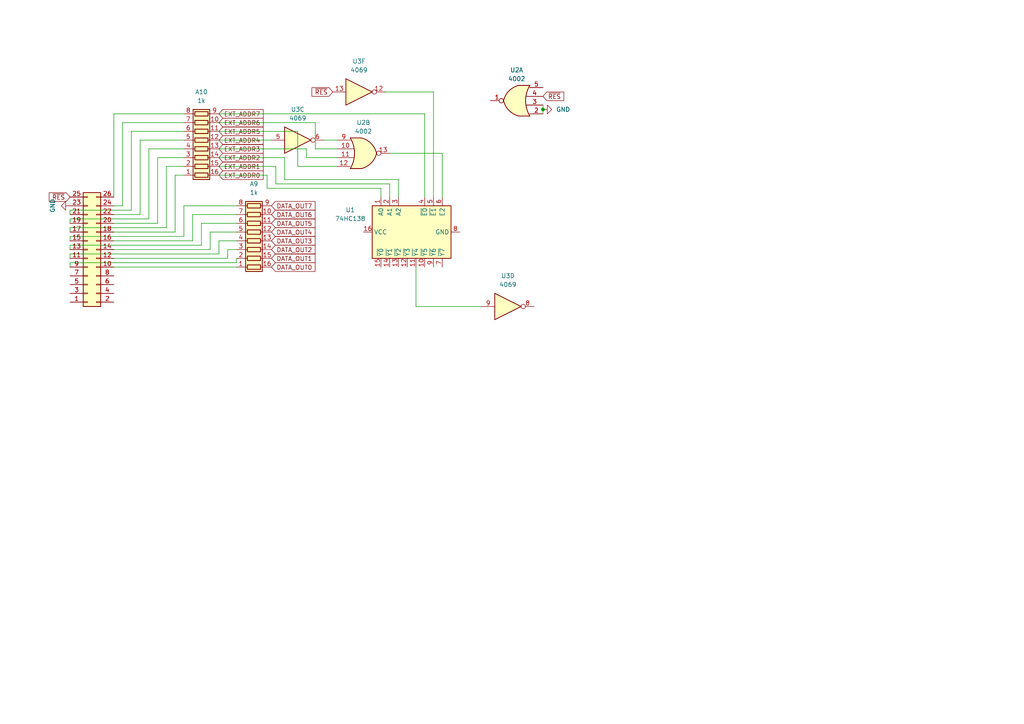
<source format=kicad_sch>
(kicad_sch (version 20250114) (generator "eeschema") (generator_version "9.0")
  (paper "A4")
  (lib_symbols
    (symbol "4xxx:4002" (pin_names (offset 1.016))
      (property "Reference" "U" (at 0 1.27 0))
      (property "Value" "4002" (at 0 -1.27 0))
      (symbol "4002_1_1"
        (arc (start -3.81 4.445) (mid -2.5908 0) (end -3.81 -4.445) (stroke (width 0.254)))
        (polyline (pts (xy -3.81 4.445) (xy -0.635 4.445)) (stroke (width 0.254)) (fill (type background)))
        (polyline (pts (xy -3.81 -4.445) (xy -0.635 -4.445)) (stroke (width 0.254)) (fill (type background)))
        (arc (start -0.6096 4.445) (mid 2.2198 2.8385) (end 3.81 0) (stroke (width 0.254)) (fill (type background)))
        (arc (start 3.81 0) (mid 2.224 -2.8428) (end -0.6096 -4.445) (stroke (width 0.254)) (fill (type background)))
        (polyline (pts (xy -0.635 4.445) (xy -3.81 4.445) (xy -3.81 4.445) (xy -3.6322 4.0894) (xy -3.0988 2.921) (xy -2.7686 1.6764) (xy -2.6162 0.4318) (xy -2.6416 -0.8636) (xy -2.8702 -2.1082) (xy -3.2512 -3.3274) (xy -3.81 -4.445) (xy -3.81 -4.445) (xy -0.635 -4.445)) (stroke (width -25.4)) (fill (type background)))
        (pin input line (at -7.62 3.81 0) (length 3.81) (name "~") (number "2"))
        (pin input line (at -7.62 1.27 0) (length 4.826) (name "~") (number "3"))
        (pin input line (at -7.62 -1.27 0) (length 4.826) (name "~") (number "4"))
        (pin input line (at -7.62 -3.81 0) (length 3.81) (name "~") (number "5"))
        (pin output inverted (at 7.62 0 180) (length 3.81) (name "~") (number "1"))
      )
      (symbol "4002_1_2"
        (arc (start -0.635 4.445) (mid 3.7907 0) (end -0.635 -4.445) (stroke (width 0.254)) (fill (type background)))
        (polyline (pts (xy -0.635 4.445) (xy -3.81 4.445) (xy -3.81 -4.445) (xy -0.635 -4.445)) (stroke (width 0.254)) (fill (type background)))
        (pin input inverted (at -7.62 3.81 0) (length 3.81) (name "~") (number "2"))
        (pin input inverted (at -7.62 1.27 0) (length 3.81) (name "~") (number "3"))
        (pin input inverted (at -7.62 -1.27 0) (length 3.81) (name "~") (number "4"))
        (pin input inverted (at -7.62 -3.81 0) (length 3.81) (name "~") (number "5"))
        (pin output line (at 7.62 0 180) (length 3.81) (name "~") (number "1"))
      )
      (symbol "4002_2_1"
        (arc (start -3.81 4.445) (mid -2.5908 0) (end -3.81 -4.445) (stroke (width 0.254)))
        (polyline (pts (xy -3.81 4.445) (xy -0.635 4.445)) (stroke (width 0.254)) (fill (type background)))
        (polyline (pts (xy -3.81 -4.445) (xy -0.635 -4.445)) (stroke (width 0.254)) (fill (type background)))
        (arc (start -0.6096 4.445) (mid 2.2198 2.8385) (end 3.81 0) (stroke (width 0.254)) (fill (type background)))
        (arc (start 3.81 0) (mid 2.224 -2.8428) (end -0.6096 -4.445) (stroke (width 0.254)) (fill (type background)))
        (polyline (pts (xy -0.635 4.445) (xy -3.81 4.445) (xy -3.81 4.445) (xy -3.6322 4.0894) (xy -3.0988 2.921) (xy -2.7686 1.6764) (xy -2.6162 0.4318) (xy -2.6416 -0.8636) (xy -2.8702 -2.1082) (xy -3.2512 -3.3274) (xy -3.81 -4.445) (xy -3.81 -4.445) (xy -0.635 -4.445)) (stroke (width -25.4)) (fill (type background)))
        (pin input line (at -7.62 3.81 0) (length 3.81) (name "~") (number "9"))
        (pin input line (at -7.62 1.27 0) (length 4.826) (name "~") (number "10"))
        (pin input line (at -7.62 -1.27 0) (length 4.826) (name "~") (number "11"))
        (pin input line (at -7.62 -3.81 0) (length 3.81) (name "~") (number "12"))
        (pin output inverted (at 7.62 0 180) (length 3.81) (name "~") (number "13"))
      )
      (symbol "4002_2_2"
        (arc (start -0.635 4.445) (mid 3.7907 0) (end -0.635 -4.445) (stroke (width 0.254)) (fill (type background)))
        (polyline (pts (xy -0.635 4.445) (xy -3.81 4.445) (xy -3.81 -4.445) (xy -0.635 -4.445)) (stroke (width 0.254)) (fill (type background)))
        (pin input inverted (at -7.62 3.81 0) (length 3.81) (name "~") (number "9"))
        (pin input inverted (at -7.62 1.27 0) (length 3.81) (name "~") (number "10"))
        (pin input inverted (at -7.62 -1.27 0) (length 3.81) (name "~") (number "11"))
        (pin input inverted (at -7.62 -3.81 0) (length 3.81) (name "~") (number "12"))
        (pin output line (at 7.62 0 180) (length 3.81) (name "~") (number "13"))
      )
      (symbol "4002_3_0"
        (pin power_in line (at 0 12.7 270) (length 5.08) (name "VDD") (number "14"))
        (pin power_in line (at 0 -12.7 90) (length 5.08) (name "VSS") (number "7"))
      )
      (symbol "4002_3_1"
        (rectangle (start -5.08 7.62) (end 5.08 -7.62) (stroke (width 0.254)) (fill (type background)))
      )
    )
    (symbol "4xxx:4069" (pin_names (offset 1.016))
      (property "Reference" "U" (at 0 1.27 0))
      (property "Value" "4069" (at 0 -1.27 0))
      (symbol "4069_1_0"
        (polyline (pts (xy -3.81 3.81) (xy -3.81 -3.81) (xy 3.81 0) (xy -3.81 3.81)) (stroke (width 0.254)) (fill (type background)))
        (pin input line (at -7.62 0 0) (length 3.81) (name "~") (number "1"))
        (pin output inverted (at 7.62 0 180) (length 3.81) (name "~") (number "2"))
      )
      (symbol "4069_2_0"
        (polyline (pts (xy -3.81 3.81) (xy -3.81 -3.81) (xy 3.81 0) (xy -3.81 3.81)) (stroke (width 0.254)) (fill (type background)))
        (pin input line (at -7.62 0 0) (length 3.81) (name "~") (number "3"))
        (pin output inverted (at 7.62 0 180) (length 3.81) (name "~") (number "4"))
      )
      (symbol "4069_3_0"
        (polyline (pts (xy -3.81 3.81) (xy -3.81 -3.81) (xy 3.81 0) (xy -3.81 3.81)) (stroke (width 0.254)) (fill (type background)))
        (pin input line (at -7.62 0 0) (length 3.81) (name "~") (number "5"))
        (pin output inverted (at 7.62 0 180) (length 3.81) (name "~") (number "6"))
      )
      (symbol "4069_4_0"
        (polyline (pts (xy -3.81 3.81) (xy -3.81 -3.81) (xy 3.81 0) (xy -3.81 3.81)) (stroke (width 0.254)) (fill (type background)))
        (pin input line (at -7.62 0 0) (length 3.81) (name "~") (number "9"))
        (pin output inverted (at 7.62 0 180) (length 3.81) (name "~") (number "8"))
      )
      (symbol "4069_5_0"
        (polyline (pts (xy -3.81 3.81) (xy -3.81 -3.81) (xy 3.81 0) (xy -3.81 3.81)) (stroke (width 0.254)) (fill (type background)))
        (pin input line (at -7.62 0 0) (length 3.81) (name "~") (number "11"))
        (pin output inverted (at 7.62 0 180) (length 3.81) (name "~") (number "10"))
      )
      (symbol "4069_6_0"
        (polyline (pts (xy -3.81 3.81) (xy -3.81 -3.81) (xy 3.81 0) (xy -3.81 3.81)) (stroke (width 0.254)) (fill (type background)))
        (pin input line (at -7.62 0 0) (length 3.81) (name "~") (number "13"))
        (pin output inverted (at 7.62 0 180) (length 3.81) (name "~") (number "12"))
      )
      (symbol "4069_7_0"
        (pin power_in line (at 0 12.7 270) (length 5.08) (name "VDD") (number "14"))
        (pin power_in line (at 0 -12.7 90) (length 5.08) (name "VSS") (number "7"))
      )
      (symbol "4069_7_1"
        (rectangle (start -5.08 7.62) (end 5.08 -7.62) (stroke (width 0.254)) (fill (type background)))
      )
    )
    (symbol "74xx:74HC138"
      (property "Reference" "U" (at -7.62 13.97 0))
      (property "Value" "74HC138" (at 2.54 -11.43 0))
      (symbol "74HC138_0_1"
        (rectangle (start -7.62 12.7) (end 7.62 -10.16) (stroke (width 0.254)) (fill (type background)))
      )
      (symbol "74HC138_1_1"
        (pin input line (at -10.16 10.16 0) (length 2.54) (name "A0") (number "1"))
        (pin input line (at -10.16 7.62 0) (length 2.54) (name "A1") (number "2"))
        (pin input line (at -10.16 5.08 0) (length 2.54) (name "A2") (number "3"))
        (pin input line (at -10.16 -2.54 0) (length 2.54) (name "~{E0}") (number "4"))
        (pin input line (at -10.16 -5.08 0) (length 2.54) (name "~{E1}") (number "5"))
        (pin input line (at -10.16 -7.62 0) (length 2.54) (name "E2") (number "6"))
        (pin power_in line (at 0 15.24 270) (length 2.54) (name "VCC") (number "16"))
        (pin power_in line (at 0 -12.7 90) (length 2.54) (name "GND") (number "8"))
        (pin output line (at 10.16 10.16 180) (length 2.54) (name "~{Y0}") (number "15"))
        (pin output line (at 10.16 7.62 180) (length 2.54) (name "~{Y1}") (number "14"))
        (pin output line (at 10.16 5.08 180) (length 2.54) (name "~{Y2}") (number "13"))
        (pin output line (at 10.16 2.54 180) (length 2.54) (name "~{Y3}") (number "12"))
        (pin output line (at 10.16 0 180) (length 2.54) (name "~{Y4}") (number "11"))
        (pin output line (at 10.16 -2.54 180) (length 2.54) (name "~{Y5}") (number "10"))
        (pin output line (at 10.16 -5.08 180) (length 2.54) (name "~{Y6}") (number "9"))
        (pin output line (at 10.16 -7.62 180) (length 2.54) (name "~{Y7}") (number "7"))
      )
    )
    (symbol "Connector_Generic:Conn_02x13_Odd_Even" (pin_names (offset 1.016) (hide yes))
      (property "Reference" "J" (at 1.27 17.78 0))
      (property "Value" "Conn_02x13_Odd_Even" (at 1.27 -17.78 0))
      (symbol "Conn_02x13_Odd_Even_1_1"
        (rectangle (start -1.27 16.51) (end 3.81 -16.51) (stroke (width 0.254)) (fill (type background)))
        (rectangle (start -1.27 15.367) (end 0 15.113) (stroke (width 0.1524)))
        (rectangle (start -1.27 12.827) (end 0 12.573) (stroke (width 0.1524)))
        (rectangle (start -1.27 10.287) (end 0 10.033) (stroke (width 0.1524)))
        (rectangle (start -1.27 7.747) (end 0 7.493) (stroke (width 0.1524)))
        (rectangle (start -1.27 5.207) (end 0 4.953) (stroke (width 0.1524)))
        (rectangle (start -1.27 2.667) (end 0 2.413) (stroke (width 0.1524)))
        (rectangle (start -1.27 0.127) (end 0 -0.127) (stroke (width 0.1524)))
        (rectangle (start -1.27 -2.413) (end 0 -2.667) (stroke (width 0.1524)))
        (rectangle (start -1.27 -4.953) (end 0 -5.207) (stroke (width 0.1524)))
        (rectangle (start -1.27 -7.493) (end 0 -7.747) (stroke (width 0.1524)))
        (rectangle (start -1.27 -10.033) (end 0 -10.287) (stroke (width 0.1524)))
        (rectangle (start -1.27 -12.573) (end 0 -12.827) (stroke (width 0.1524)))
        (rectangle (start -1.27 -15.113) (end 0 -15.367) (stroke (width 0.1524)))
        (rectangle (start 3.81 15.367) (end 2.54 15.113) (stroke (width 0.1524)))
        (rectangle (start 3.81 12.827) (end 2.54 12.573) (stroke (width 0.1524)))
        (rectangle (start 3.81 10.287) (end 2.54 10.033) (stroke (width 0.1524)))
        (rectangle (start 3.81 7.747) (end 2.54 7.493) (stroke (width 0.1524)))
        (rectangle (start 3.81 5.207) (end 2.54 4.953) (stroke (width 0.1524)))
        (rectangle (start 3.81 2.667) (end 2.54 2.413) (stroke (width 0.1524)))
        (rectangle (start 3.81 0.127) (end 2.54 -0.127) (stroke (width 0.1524)))
        (rectangle (start 3.81 -2.413) (end 2.54 -2.667) (stroke (width 0.1524)))
        (rectangle (start 3.81 -4.953) (end 2.54 -5.207) (stroke (width 0.1524)))
        (rectangle (start 3.81 -7.493) (end 2.54 -7.747) (stroke (width 0.1524)))
        (rectangle (start 3.81 -10.033) (end 2.54 -10.287) (stroke (width 0.1524)))
        (rectangle (start 3.81 -12.573) (end 2.54 -12.827) (stroke (width 0.1524)))
        (rectangle (start 3.81 -15.113) (end 2.54 -15.367) (stroke (width 0.1524)))
        (pin passive line (at -5.08 15.24 0) (length 3.81) (name "Pin_1") (number "1"))
        (pin passive line (at -5.08 12.7 0) (length 3.81) (name "Pin_3") (number "3"))
        (pin passive line (at -5.08 10.16 0) (length 3.81) (name "Pin_5") (number "5"))
        (pin passive line (at -5.08 7.62 0) (length 3.81) (name "Pin_7") (number "7"))
        (pin passive line (at -5.08 5.08 0) (length 3.81) (name "Pin_9") (number "9"))
        (pin passive line (at -5.08 2.54 0) (length 3.81) (name "Pin_11") (number "11"))
        (pin passive line (at -5.08 0 0) (length 3.81) (name "Pin_13") (number "13"))
        (pin passive line (at -5.08 -2.54 0) (length 3.81) (name "Pin_15") (number "15"))
        (pin passive line (at -5.08 -5.08 0) (length 3.81) (name "Pin_17") (number "17"))
        (pin passive line (at -5.08 -7.62 0) (length 3.81) (name "Pin_19") (number "19"))
        (pin passive line (at -5.08 -10.16 0) (length 3.81) (name "Pin_21") (number "21"))
        (pin passive line (at -5.08 -12.7 0) (length 3.81) (name "Pin_23") (number "23"))
        (pin passive line (at -5.08 -15.24 0) (length 3.81) (name "Pin_25") (number "25"))
        (pin passive line (at 7.62 15.24 180) (length 3.81) (name "Pin_2") (number "2"))
        (pin passive line (at 7.62 12.7 180) (length 3.81) (name "Pin_4") (number "4"))
        (pin passive line (at 7.62 10.16 180) (length 3.81) (name "Pin_6") (number "6"))
        (pin passive line (at 7.62 7.62 180) (length 3.81) (name "Pin_8") (number "8"))
        (pin passive line (at 7.62 5.08 180) (length 3.81) (name "Pin_10") (number "10"))
        (pin passive line (at 7.62 2.54 180) (length 3.81) (name "Pin_12") (number "12"))
        (pin passive line (at 7.62 0 180) (length 3.81) (name "Pin_14") (number "14"))
        (pin passive line (at 7.62 -2.54 180) (length 3.81) (name "Pin_16") (number "16"))
        (pin passive line (at 7.62 -5.08 180) (length 3.81) (name "Pin_18") (number "18"))
        (pin passive line (at 7.62 -7.62 180) (length 3.81) (name "Pin_20") (number "20"))
        (pin passive line (at 7.62 -10.16 180) (length 3.81) (name "Pin_22") (number "22"))
        (pin passive line (at 7.62 -12.7 180) (length 3.81) (name "Pin_24") (number "24"))
        (pin passive line (at 7.62 -15.24 180) (length 3.81) (name "Pin_26") (number "26"))
      )
    )
    (symbol "Device:R_Pack08" (pin_names (offset 0) (hide yes))
      (property "Reference" "RN" (at -12.7 0 90))
      (property "Value" "R_Pack08" (at 10.16 0 90))
      (symbol "R_Pack08_0_1"
        (rectangle (start -11.43 -2.413) (end 8.89 2.413) (stroke (width 0.254)) (fill (type background)))
        (rectangle (start -10.795 1.905) (end -9.525 -1.905) (stroke (width 0.254)))
        (polyline (pts (xy -10.16 1.905) (xy -10.16 2.54)))
        (polyline (pts (xy -10.16 -2.54) (xy -10.16 -1.905)))
        (rectangle (start -8.255 1.905) (end -6.985 -1.905) (stroke (width 0.254)))
        (polyline (pts (xy -7.62 1.905) (xy -7.62 2.54)))
        (polyline (pts (xy -7.62 -2.54) (xy -7.62 -1.905)))
        (rectangle (start -5.715 1.905) (end -4.445 -1.905) (stroke (width 0.254)))
        (polyline (pts (xy -5.08 1.905) (xy -5.08 2.54)))
        (polyline (pts (xy -5.08 -2.54) (xy -5.08 -1.905)))
        (rectangle (start -3.175 1.905) (end -1.905 -1.905) (stroke (width 0.254)))
        (polyline (pts (xy -2.54 1.905) (xy -2.54 2.54)))
        (polyline (pts (xy -2.54 -2.54) (xy -2.54 -1.905)))
        (rectangle (start -0.635 1.905) (end 0.635 -1.905) (stroke (width 0.254)))
        (polyline (pts (xy 0 1.905) (xy 0 2.54)))
        (polyline (pts (xy 0 -2.54) (xy 0 -1.905)))
        (rectangle (start 1.905 1.905) (end 3.175 -1.905) (stroke (width 0.254)))
        (polyline (pts (xy 2.54 1.905) (xy 2.54 2.54)))
        (polyline (pts (xy 2.54 -2.54) (xy 2.54 -1.905)))
        (rectangle (start 4.445 1.905) (end 5.715 -1.905) (stroke (width 0.254)))
        (polyline (pts (xy 5.08 1.905) (xy 5.08 2.54)))
        (polyline (pts (xy 5.08 -2.54) (xy 5.08 -1.905)))
        (rectangle (start 6.985 1.905) (end 8.255 -1.905) (stroke (width 0.254)))
        (polyline (pts (xy 7.62 1.905) (xy 7.62 2.54)))
        (polyline (pts (xy 7.62 -2.54) (xy 7.62 -1.905)))
      )
      (symbol "R_Pack08_1_1"
        (pin passive line (at -10.16 5.08 270) (length 2.54) (name "R1.2") (number "16"))
        (pin passive line (at -10.16 -5.08 90) (length 2.54) (name "R1.1") (number "1"))
        (pin passive line (at -7.62 5.08 270) (length 2.54) (name "R2.2") (number "15"))
        (pin passive line (at -7.62 -5.08 90) (length 2.54) (name "R2.1") (number "2"))
        (pin passive line (at -5.08 5.08 270) (length 2.54) (name "R3.2") (number "14"))
        (pin passive line (at -5.08 -5.08 90) (length 2.54) (name "R3.1") (number "3"))
        (pin passive line (at -2.54 5.08 270) (length 2.54) (name "R4.2") (number "13"))
        (pin passive line (at -2.54 -5.08 90) (length 2.54) (name "R4.1") (number "4"))
        (pin passive line (at 0 5.08 270) (length 2.54) (name "R5.2") (number "12"))
        (pin passive line (at 0 -5.08 90) (length 2.54) (name "R5.1") (number "5"))
        (pin passive line (at 2.54 5.08 270) (length 2.54) (name "R6.2") (number "11"))
        (pin passive line (at 2.54 -5.08 90) (length 2.54) (name "R6.1") (number "6"))
        (pin passive line (at 5.08 5.08 270) (length 2.54) (name "R7.2") (number "10"))
        (pin passive line (at 5.08 -5.08 90) (length 2.54) (name "R7.1") (number "7"))
        (pin passive line (at 7.62 5.08 270) (length 2.54) (name "R8.2") (number "9"))
        (pin passive line (at 7.62 -5.08 90) (length 2.54) (name "R8.1") (number "8"))
      )
    )
    (symbol "power:GND" (power) (pin_numbers (hide yes)) (pin_names (offset 0) (hide yes))
      (property "Value" "GND" (at 0 -3.81 0))
      (symbol "GND_0_1"
        (polyline (pts (xy 0 0) (xy 0 -1.27) (xy 1.27 -1.27) (xy 0 -2.54) (xy -1.27 -1.27) (xy 0 -1.27)))
      )
      (symbol "GND_1_1"
        (pin power_in line (at 0 0 270) (length 0) (name "~") (number "1"))
      )
    )
  )
  (junction (at 157.48 31.75))
  (wire (pts (xy 20.32 74.93) (xy 20.32 73.66)))
  (wire (pts (xy 110.49 54.61) (xy 110.49 57.15)))
  (wire (pts (xy 35.56 35.56) (xy 35.56 59.69)))
  (wire (pts (xy 82.55 45.72) (xy 82.55 52.07)))
  (wire (pts (xy 20.32 73.66) (xy 63.5 73.66)))
  (wire (pts (xy 125.73 26.67) (xy 111.76 26.67)))
  (wire (pts (xy 20.32 77.47) (xy 20.32 76.2)))
  (wire (pts (xy 91.44 43.18) (xy 91.44 35.56)))
  (wire (pts (xy 63.5 40.64) (xy 78.74 40.64)))
  (wire (pts (xy 63.5 73.66) (xy 63.5 69.85)))
  (wire (pts (xy 55.88 69.85) (xy 55.88 62.23)))
  (wire (pts (xy 33.02 74.93) (xy 66.04 74.93)))
  (wire (pts (xy 113.03 53.34) (xy 80.01 53.34)))
  (wire (pts (xy 80.01 48.26) (xy 63.5 48.26)))
  (wire (pts (xy 53.34 35.56) (xy 35.56 35.56)))
  (wire (pts (xy 33.02 64.77) (xy 45.72 64.77)))
  (wire (pts (xy 77.47 50.8) (xy 63.5 50.8)))
  (wire (pts (xy 33.02 72.39) (xy 60.96 72.39)))
  (wire (pts (xy 157.48 31.75) (xy 157.48 33.02)))
  (wire (pts (xy 82.55 52.07) (xy 115.57 52.07)))
  (wire (pts (xy 43.18 63.5) (xy 20.32 63.5)))
  (wire (pts (xy 97.79 45.72) (xy 88.9 45.72)))
  (wire (pts (xy 139.7 88.9) (xy 120.65 88.9)))
  (wire (pts (xy 58.42 71.12) (xy 58.42 64.77)))
  (wire (pts (xy 53.34 38.1) (xy 38.1 38.1)))
  (wire (pts (xy 123.19 57.15) (xy 123.19 33.02)))
  (wire (pts (xy 88.9 45.72) (xy 88.9 43.18)))
  (wire (pts (xy 45.72 64.77) (xy 45.72 45.72)))
  (wire (pts (xy 93.98 40.64) (xy 97.79 40.64)))
  (wire (pts (xy 35.56 59.69) (xy 33.02 59.69)))
  (wire (pts (xy 20.32 69.85) (xy 20.32 68.58)))
  (wire (pts (xy 38.1 60.96) (xy 20.32 60.96)))
  (wire (pts (xy 86.36 38.1) (xy 63.5 38.1)))
  (wire (pts (xy 43.18 43.18) (xy 53.34 43.18)))
  (wire (pts (xy 20.32 68.58) (xy 53.34 68.58)))
  (wire (pts (xy 45.72 45.72) (xy 53.34 45.72)))
  (wire (pts (xy 113.03 44.45) (xy 128.27 44.45)))
  (wire (pts (xy 60.96 67.31) (xy 68.58 67.31)))
  (wire (pts (xy 58.42 64.77) (xy 68.58 64.77)))
  (wire (pts (xy 77.47 54.61) (xy 110.49 54.61)))
  (wire (pts (xy 33.02 57.15) (xy 33.02 33.02)))
  (wire (pts (xy 43.18 63.5) (xy 43.18 43.18)))
  (wire (pts (xy 77.47 54.61) (xy 77.47 50.8)))
  (wire (pts (xy 91.44 35.56) (xy 63.5 35.56)))
  (wire (pts (xy 38.1 38.1) (xy 38.1 60.96)))
  (wire (pts (xy 20.32 67.31) (xy 20.32 66.04)))
  (wire (pts (xy 63.5 69.85) (xy 68.58 69.85)))
  (wire (pts (xy 20.32 71.12) (xy 58.42 71.12)))
  (wire (pts (xy 33.02 69.85) (xy 55.88 69.85)))
  (wire (pts (xy 20.32 72.39) (xy 20.32 71.12)))
  (wire (pts (xy 88.9 43.18) (xy 63.5 43.18)))
  (wire (pts (xy 97.79 43.18) (xy 91.44 43.18)))
  (wire (pts (xy 120.65 88.9) (xy 120.65 77.47)))
  (wire (pts (xy 40.64 62.23) (xy 40.64 40.64)))
  (wire (pts (xy 68.58 77.47) (xy 33.02 77.47)))
  (wire (pts (xy 20.32 64.77) (xy 20.32 63.5)))
  (wire (pts (xy 50.8 50.8) (xy 53.34 50.8)))
  (wire (pts (xy 33.02 33.02) (xy 53.34 33.02)))
  (wire (pts (xy 115.57 52.07) (xy 115.57 57.15)))
  (wire (pts (xy 20.32 60.96) (xy 20.32 62.23)))
  (wire (pts (xy 48.26 66.04) (xy 48.26 48.26)))
  (wire (pts (xy 128.27 44.45) (xy 128.27 57.15)))
  (wire (pts (xy 66.04 74.93) (xy 66.04 72.39)))
  (wire (pts (xy 53.34 59.69) (xy 68.58 59.69)))
  (wire (pts (xy 80.01 53.34) (xy 80.01 48.26)))
  (wire (pts (xy 33.02 62.23) (xy 40.64 62.23)))
  (wire (pts (xy 63.5 45.72) (xy 82.55 45.72)))
  (wire (pts (xy 60.96 72.39) (xy 60.96 67.31)))
  (wire (pts (xy 48.26 48.26) (xy 53.34 48.26)))
  (wire (pts (xy 157.48 30.48) (xy 157.48 31.75)))
  (wire (pts (xy 66.04 72.39) (xy 68.58 72.39)))
  (wire (pts (xy 68.58 76.2) (xy 68.58 74.93)))
  (wire (pts (xy 125.73 57.15) (xy 125.73 26.67)))
  (wire (pts (xy 20.32 76.2) (xy 68.58 76.2)))
  (wire (pts (xy 40.64 40.64) (xy 53.34 40.64)))
  (wire (pts (xy 33.02 67.31) (xy 50.8 67.31)))
  (wire (pts (xy 113.03 57.15) (xy 113.03 53.34)))
  (wire (pts (xy 123.19 33.02) (xy 63.5 33.02)))
  (wire (pts (xy 48.26 66.04) (xy 20.32 66.04)))
  (wire (pts (xy 53.34 68.58) (xy 53.34 59.69)))
  (wire (pts (xy 97.79 48.26) (xy 86.36 48.26)))
  (wire (pts (xy 55.88 62.23) (xy 68.58 62.23)))
  (wire (pts (xy 86.36 48.26) (xy 86.36 38.1)))
  (wire (pts (xy 50.8 67.31) (xy 50.8 50.8)))
  (global_label "DATA_OUT1" (shape input) (at 78.74 74.93 0) (property "Intersheetrefs" "${INTERSHEET_REFS}" (effects (hide yes))))
  (global_label "DATA_OUT4" (shape input) (at 78.74 67.31 0) (property "Intersheetrefs" "${INTERSHEET_REFS}" (effects (hide yes))))
  (global_label "EXT_ADDR4" (shape input) (at 63.5 40.64 0) (property "Intersheetrefs" "${INTERSHEET_REFS}" (effects (hide yes))))
  (global_label "EXT_ADDR7" (shape input) (at 63.5 33.02 0) (property "Intersheetrefs" "${INTERSHEET_REFS}" (effects (hide yes))))
  (global_label "~{RES}" (shape input) (at 20.32 57.15 180) (property "Intersheetrefs" "${INTERSHEET_REFS}" (effects (hide yes))))
  (global_label "~{RES}" (shape input) (at 96.52 26.67 180) (property "Intersheetrefs" "${INTERSHEET_REFS}" (effects (hide yes))))
  (global_label "DATA_OUT5" (shape input) (at 78.74 64.77 0) (property "Intersheetrefs" "${INTERSHEET_REFS}" (effects (hide yes))))
  (global_label "EXT_ADDR5" (shape input) (at 63.5 38.1 0) (property "Intersheetrefs" "${INTERSHEET_REFS}" (effects (hide yes))))
  (global_label "EXT_ADDR1" (shape input) (at 63.5 48.26 0) (property "Intersheetrefs" "${INTERSHEET_REFS}" (effects (hide yes))))
  (global_label "DATA_OUT0" (shape input) (at 78.74 77.47 0) (property "Intersheetrefs" "${INTERSHEET_REFS}" (effects (hide yes))))
  (global_label "DATA_OUT7" (shape input) (at 78.74 59.69 0) (property "Intersheetrefs" "${INTERSHEET_REFS}" (effects (hide yes))))
  (global_label "EXT_ADDR2" (shape input) (at 63.5 45.72 0) (property "Intersheetrefs" "${INTERSHEET_REFS}" (effects (hide yes))))
  (global_label "DATA_OUT2" (shape input) (at 78.74 72.39 0) (property "Intersheetrefs" "${INTERSHEET_REFS}" (effects (hide yes))))
  (global_label "EXT_ADDR0" (shape input) (at 63.5 50.8 0) (property "Intersheetrefs" "${INTERSHEET_REFS}" (effects (hide yes))))
  (global_label "EXT_ADDR6" (shape input) (at 63.5 35.56 0) (property "Intersheetrefs" "${INTERSHEET_REFS}" (effects (hide yes))))
  (global_label "EXT_ADDR3" (shape input) (at 63.5 43.18 0) (property "Intersheetrefs" "${INTERSHEET_REFS}" (effects (hide yes))))
  (global_label "DATA_OUT6" (shape input) (at 78.74 62.23 0) (property "Intersheetrefs" "${INTERSHEET_REFS}" (effects (hide yes))))
  (global_label "DATA_OUT3" (shape input) (at 78.74 69.85 0) (property "Intersheetrefs" "${INTERSHEET_REFS}" (effects (hide yes))))
  (global_label "~{RES}" (shape input) (at 157.48 27.94 0) (property "Intersheetrefs" "${INTERSHEET_REFS}" (effects (hide yes))))
  (symbol (lib_id "4xxx:4069") (at 147.32 88.9 0) (unit 4)
    (property "Reference" "U3" (at 147.32 80.01 0))
    (property "Value" "4069" (at 147.32 82.55 0))
    (property "Datasheet" "http://www.intersil.com/content/dam/Intersil/documents/cd40/cd4069ubms.pdf" (effects (hide yes)))
    (property "Description" "Hex inverter" (effects (hide yes)))
  )
  (symbol (lib_id "4xxx:4069") (at 86.36 40.64 0) (unit 3)
    (property "Reference" "U3" (at 86.36 31.75 0))
    (property "Value" "4069" (at 86.36 34.29 0))
    (property "Datasheet" "http://www.intersil.com/content/dam/Intersil/documents/cd40/cd4069ubms.pdf" (effects (hide yes)))
    (property "Description" "Hex inverter" (effects (hide yes)))
  )
  (symbol (lib_id "4xxx:4069") (at -54.61 39.37 0) (unit 1)
    (property "Reference" "U3" (at -54.61 30.48 0))
    (property "Value" "4069" (at -54.61 33.02 0))
    (property "Datasheet" "http://www.intersil.com/content/dam/Intersil/documents/cd40/cd4069ubms.pdf" (effects (hide yes)))
    (property "Description" "Hex inverter" (effects (hide yes)))
  )
  (symbol (lib_id "Device:R_Pack08") (at 58.42 40.64 270) (mirror x) (unit 1)
    (property "Reference" "A10" (at 58.42 26.67 90))
    (property "Value" "1k" (at 58.42 29.21 90))
    (property "Footprint" "Package_DIP:DIP-16_W7.62mm" (effects (hide yes)))
    (property "Description" "8 resistor network, parallel topology" (effects (hide yes)))
  )
  (symbol (lib_id "power:GND") (at 20.32 59.69 270) (mirror x) (unit 1)
    (property "Reference" "#PWR084" (effects (hide yes)))
    (property "Value" "GND" (at 15.24 59.69 0))
    (property "Description" "Power symbol creates a global label with name \"GND\" , ground" (effects (hide yes)))
  )
  (symbol (lib_id "4xxx:4069") (at -57.15 92.71 0) (unit 5)
    (property "Reference" "U3" (at -57.15 83.82 0))
    (property "Value" "4069" (at -57.15 86.36 0))
    (property "Datasheet" "http://www.intersil.com/content/dam/Intersil/documents/cd40/cd4069ubms.pdf" (effects (hide yes)))
    (property "Description" "Hex inverter" (effects (hide yes)))
  )
  (symbol (lib_id "4xxx:4002") (at 149.86 29.21 180) (unit 1)
    (property "Reference" "U2" (at 149.86 20.32 0))
    (property "Value" "4002" (at 149.86 22.86 0))
    (property "Datasheet" "http://www.intersil.com/content/dam/Intersil/documents/cd40/cd4000bms-01bms-02bms-25bms.pdf" (effects (hide yes)))
    (property "Description" "Dual  4 input NOR gate" (effects (hide yes)))
  )
  (symbol (lib_id "Device:R_Pack08") (at 73.66 67.31 270) (mirror x) (unit 1)
    (property "Reference" "A9" (at 73.66 53.34 90))
    (property "Value" "1k" (at 73.66 55.88 90))
    (property "Footprint" "Package_DIP:DIP-16_W7.62mm" (effects (hide yes)))
    (property "Description" "8 resistor network, parallel topology" (effects (hide yes)))
  )
  (symbol (lib_id "power:GND") (at 157.48 31.75 90) (unit 1)
    (property "Reference" "#PWR01" (effects (hide yes)))
    (property "Value" "GND" (at 161.29 31.7499 90) (effects (justify right)))
    (property "Description" "Power symbol creates a global label with name \"GND\" , ground" (effects (hide yes)))
  )
  (symbol (lib_id "74xx:74HC138") (at 120.65 67.31 90) (mirror x) (unit 1)
    (property "Reference" "U1" (at 101.6 60.8898 90))
    (property "Value" "74HC138" (at 101.6 63.4298 90))
    (property "Datasheet" "http://www.ti.com/lit/ds/symlink/cd74hc238.pdf" (effects (hide yes)))
    (property "Description" "3-to-8 line decoder/multiplexer inverting, DIP-16/SOIC-16/SSOP-16" (effects (hide yes)))
  )
  (symbol (lib_id "4xxx:4069") (at 104.14 26.67 0) (unit 6)
    (property "Reference" "U3" (at 104.14 17.78 0))
    (property "Value" "4069" (at 104.14 20.32 0))
    (property "Datasheet" "http://www.intersil.com/content/dam/Intersil/documents/cd40/cd4069ubms.pdf" (effects (hide yes)))
    (property "Description" "Hex inverter" (effects (hide yes)))
  )
  (symbol (lib_id "4xxx:4069") (at -53.34 120.65 0) (unit 7)
    (property "Reference" "U3" (at -45.72 119.3799 0) (effects (justify left)))
    (property "Value" "4069" (at -45.72 121.9199 0) (effects (justify left)))
    (property "Datasheet" "http://www.intersil.com/content/dam/Intersil/documents/cd40/cd4069ubms.pdf" (effects (hide yes)))
    (property "Description" "Hex inverter" (effects (hide yes)))
  )
  (symbol (lib_id "4xxx:4002") (at -26.67 118.11 0) (unit 3)
    (property "Reference" "U2" (at -19.05 116.8399 0) (effects (justify left)))
    (property "Value" "4002" (at -19.05 119.3799 0) (effects (justify left)))
    (property "Datasheet" "http://www.intersil.com/content/dam/Intersil/documents/cd40/cd4000bms-01bms-02bms-25bms.pdf" (effects (hide yes)))
    (property "Description" "Dual  4 input NOR gate" (effects (hide yes)))
  )
  (symbol (lib_id "Connector_Generic:Conn_02x13_Odd_Even") (at 25.4 72.39 0) (mirror x) (unit 1)
    (property "Reference" "J19" (effects (hide yes)))
    (property "Value" "Steckerleiste 19" (effects (hide yes)))
    (property "Footprint" "Connector_IDC:IDC-Header_2x13_P2.54mm_Vertical" (effects (hide yes)))
    (property "Description" "Generic connector, double row, 02x13, odd/even pin numbering scheme (row 1 odd numbers, row 2 even numbers), script generated (kicad-library-utils/schlib/autogen/connector/)" (effects (hide yes)))
  )
  (symbol (lib_id "4xxx:4002") (at 105.41 44.45 0) (unit 2)
    (property "Reference" "U2" (at 105.41 35.56 0))
    (property "Value" "4002" (at 105.41 38.1 0))
    (property "Datasheet" "http://www.intersil.com/content/dam/Intersil/documents/cd40/cd4000bms-01bms-02bms-25bms.pdf" (effects (hide yes)))
    (property "Description" "Dual  4 input NOR gate" (effects (hide yes)))
  )
  (symbol (lib_id "4xxx:4069") (at -62.23 58.42 0) (unit 2)
    (property "Reference" "U3" (at -62.23 49.53 0))
    (property "Value" "4069" (at -62.23 52.07 0))
    (property "Datasheet" "http://www.intersil.com/content/dam/Intersil/documents/cd40/cd4069ubms.pdf" (effects (hide yes)))
    (property "Description" "Hex inverter" (effects (hide yes)))
  )
)
</source>
